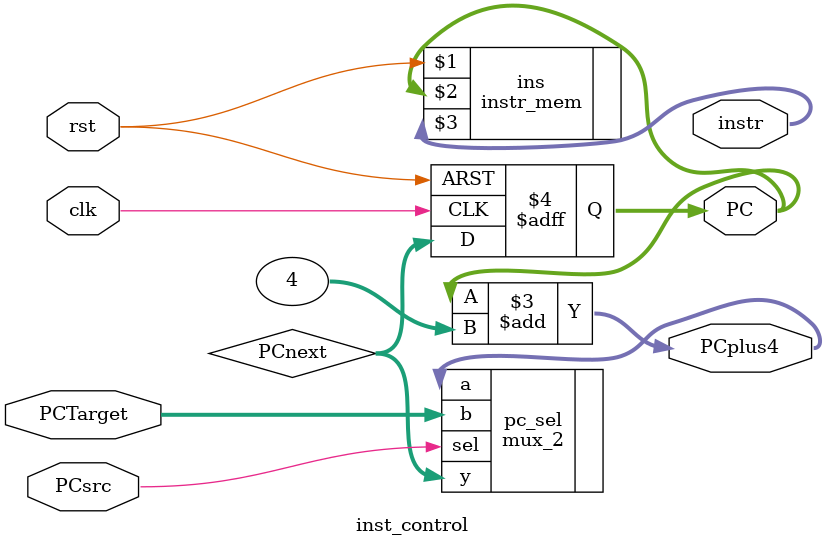
<source format=v>
`include "instr_mem.v"

module inst_control(
input clk,
input rst,
input PCsrc,
input [31:0]PCTarget,
output [31:0] instr, 
output reg [31:0] PCplus4, PC
);
wire [31:0] PCnext;

instr_mem ins(rst,PC, instr); 
mux_2 pc_sel(
    .a(PCplus4), 
    .b(PCTarget), 
    .sel(PCsrc), 
    .y(PCnext)
    );

always @(posedge clk, posedge rst)
    begin
        if(rst)  
        PC <= 0;
        else
        PC <= PCnext; 
    end

always @(PC) begin
    PCplus4 <= PC+4;
end

endmodule
</source>
